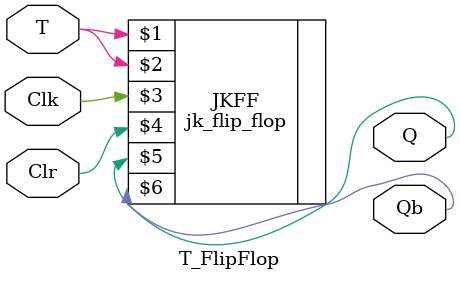
<source format=v>
module synchronous_random(Clk, Clr, Q);
	input Clk, Clr;
	output [3:0]Q;
	
	wire [3:0]T, Qbar;

	xnor(T[0], Q[3], Q[0]);
	jk_flip_flop TFF0(T[0], T[0], Clk, Clr, Q[0], Qbar[0]);

	xor(T[1], Q[1], Q[0]);
	jk_flip_flop TFF1(T[1], T[1], Clk, Clr, Q[1], Qbar[1]);

	xor(T[2], Q[1], Q[2]);
	jk_flip_flop TFF2(T[2], T[2], Clk, Clr, Q[2], Qbar[2]);

	xor(T[3], Q[3], Q[2]);
	jk_flip_flop TFF3(T[3], T[3], Clk, Clr, Q[3], Qbar[3]);


	// Previous year exam (0 -> 8 -> 12 -> 14 -> 15 -> 7 -> 3 -> 1 -> 0)
	/*input Clk, Clr;
	output [3:0]Q;

	wire [3:0]Qbar, T;

	xor(T[0], Q[1], Q[0]);
	jk_flip_flop TFF0(T[0], T[0], Clk, Clr, Q[0], Qbar[0]);

	xor(T[1], Q[1], Q[2]);
	jk_flip_flop TFF1(T[1], T[1], Clk, Clr, Q[1], Qbar[1]);

	xor(T[2], Q[2], Q[3]);
	jk_flip_flop TFF2(T[2], T[2], Clk, Clr, Q[2], Qbar[2]);

	xnor(T[3], Q[3], Q[0]);
	jk_flip_flop TFF3(T[3], T[3], Clk, Clr, Q[3], Qbar[3]);*/

endmodule


module T_FlipFlop(T, Clk, Clr, Q, Qb);
	input T, Clk, Clr;
	output Q, Qb;
	
	jk_flip_flop JKFF(T, T, Clk, Clr, Q, Qb);
endmodule

</source>
